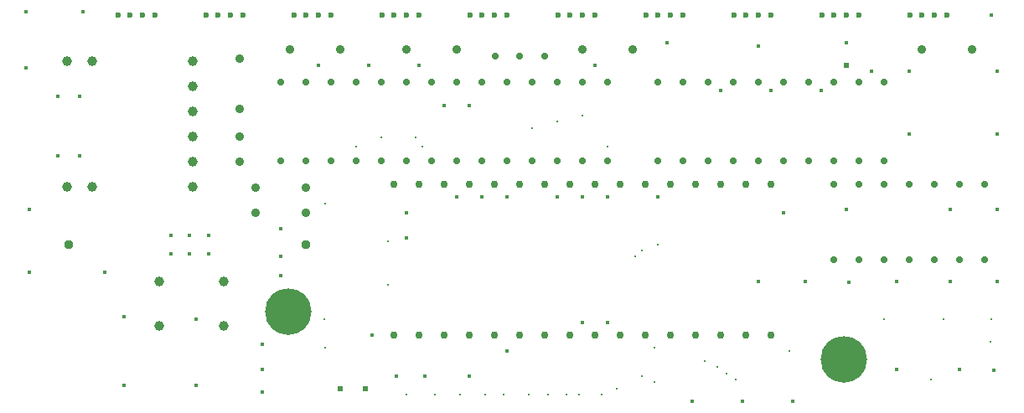
<source format=gbr>
G04 DesignSpark PCB PRO Gerber Version 10.0 Build 5299*
G04 #@! TF.Part,Single*
G04 #@! TF.FilePolarity,Positive*
%FSLAX35Y35*%
%MOIN*%
G04 #@! TA.AperFunction,ViaDrill*
%ADD71C,0.01181*%
%ADD20C,0.01600*%
G04 #@! TA.AperFunction,ComponentDrill*
%ADD128C,0.02362*%
G04 #@! TA.AperFunction,ViaDrill*
%ADD122C,0.02400*%
G04 #@! TA.AperFunction,ComponentDrill*
%ADD126C,0.02874*%
%ADD125C,0.02886*%
%ADD123C,0.02984*%
%ADD124C,0.03500*%
%ADD129C,0.03740*%
%ADD127C,0.03937*%
G04 #@! TA.AperFunction,MechanicalDrill*
%ADD21C,0.18504*%
G04 #@! TD.AperFunction*
X0Y0D02*
D02*
D71*
X158803Y88594D03*
X159000Y77344D03*
Y134844D03*
X171500Y157344D03*
X181500Y161094D03*
X184000Y102344D03*
Y119844D03*
X191500Y58594D03*
X195250Y161094D03*
X197750Y157344D03*
X202750Y58594D03*
X212750D03*
X222750D03*
X230250D03*
X240250D03*
X241500Y164844D03*
X247750Y58594D03*
X251500Y167344D03*
X255250Y58594D03*
X260250D03*
X261500Y169844D03*
X269000Y58594D03*
X271500Y157344D03*
X275250Y61094D03*
X282553Y113594D03*
X285053Y115957D03*
X285250Y66094D03*
X290053Y77344D03*
X290250Y63594D03*
X291303Y118457D03*
X310053Y72207D03*
X315053Y69707D03*
X318803Y67207D03*
X322553Y64707D03*
X343803Y75957D03*
X381303Y88594D03*
X400053Y64844D03*
X405053Y88594D03*
X423803Y79707D03*
X424000Y88594D03*
D02*
D20*
X40250Y188594D03*
Y211094D03*
X41500Y107344D03*
Y132344D03*
X52750Y153594D03*
Y177344D03*
X61500Y153594D03*
Y177344D03*
X62750Y211094D03*
X71500Y107344D03*
X79000Y62344D03*
Y89844D03*
X97750Y114707D03*
Y122207D03*
X105250Y114707D03*
Y122207D03*
X107750Y62344D03*
Y88594D03*
X112750Y114707D03*
Y122207D03*
X134000Y59844D03*
Y68594D03*
Y78594D03*
X141303Y105957D03*
Y113594D03*
Y124707D03*
X156500Y189844D03*
X176500D03*
X177750Y82344D03*
X187553Y65957D03*
X191500Y121094D03*
Y131094D03*
X196500Y189844D03*
X198803Y65957D03*
X206500Y173594D03*
X211500Y137344D03*
X216303Y65957D03*
X216500Y173594D03*
X221500Y137344D03*
X231303Y75957D03*
X231500Y137344D03*
X251500D03*
X261500Y87344D03*
Y137344D03*
X266500Y189844D03*
X271500Y87344D03*
Y137344D03*
X291500D03*
X295250Y198594D03*
X305250Y56094D03*
X316303Y179707D03*
X325250Y56094D03*
X331500Y103594D03*
Y197344D03*
X336303Y179707D03*
X341500Y131094D03*
X345250Y56094D03*
X350250Y103594D03*
X356303Y179707D03*
X366500Y132344D03*
Y198594D03*
X367553Y103457D03*
X376500Y187344D03*
X386500Y68594D03*
Y103594D03*
X391500Y162344D03*
Y187344D03*
X407750Y103594D03*
Y132344D03*
X411500Y68594D03*
X424000Y209844D03*
X425053Y68457D03*
X426500Y103594D03*
Y132344D03*
Y162344D03*
Y187344D03*
D02*
D21*
X144453Y91596D03*
X365555Y72699D03*
D02*
D122*
X165004Y61094D03*
X175004D03*
X366500Y189844D03*
D02*
D123*
X186510Y82344D03*
Y142344D03*
X196510Y82344D03*
Y142344D03*
X206510Y82344D03*
Y142344D03*
X216510Y82344D03*
Y142344D03*
X226510Y82344D03*
Y142344D03*
X236510Y82344D03*
Y142344D03*
X246510Y82344D03*
Y142344D03*
X256510Y82344D03*
Y142344D03*
X266510Y82344D03*
Y142344D03*
X276510Y82344D03*
Y142344D03*
X286510Y82344D03*
Y142344D03*
X296510Y82344D03*
Y142344D03*
X306510Y82344D03*
Y142344D03*
X316510Y82344D03*
Y142344D03*
X326510Y82344D03*
Y142344D03*
X336510Y82344D03*
Y142344D03*
D02*
D124*
X125053Y151341D03*
Y161341D03*
Y172344D03*
Y192344D03*
X131500Y130957D03*
Y140957D03*
X145250Y196094D03*
X151500Y130957D03*
Y140957D03*
X165250Y196094D03*
X191500D03*
X211500D03*
X261500D03*
X281500D03*
X396500D03*
X416500D03*
D02*
D125*
X141500Y151719D03*
Y182970D03*
X151500Y151719D03*
Y182970D03*
X161500Y151719D03*
Y182970D03*
X171500Y151719D03*
Y182970D03*
X181500Y151719D03*
Y182970D03*
X191500Y151719D03*
Y182970D03*
X201500Y151719D03*
Y182970D03*
X211500Y151719D03*
Y182970D03*
X221500Y151719D03*
Y182970D03*
X231500Y151719D03*
Y182970D03*
X241500Y151719D03*
Y182970D03*
X251500Y151719D03*
Y182970D03*
X261500Y151719D03*
Y182970D03*
X271500Y151719D03*
Y182970D03*
D02*
D126*
X226657Y193457D03*
X236500D03*
X246343D03*
X291500Y151715D03*
Y182974D03*
X301500Y151715D03*
Y182974D03*
X311500Y151715D03*
Y182974D03*
X321500Y151715D03*
Y182974D03*
X331500Y151715D03*
Y182974D03*
X341500Y151715D03*
Y182974D03*
X351500Y151715D03*
Y182974D03*
X361500Y112344D03*
Y142344D03*
Y151715D03*
Y182974D03*
X371500Y112344D03*
Y142344D03*
Y151715D03*
Y182974D03*
X381500Y112344D03*
Y142344D03*
Y151715D03*
Y182974D03*
X391500Y112344D03*
Y142344D03*
X401500Y112344D03*
Y142344D03*
X411500Y112344D03*
Y142344D03*
X421500Y112344D03*
Y142344D03*
D02*
D127*
X56344Y141341D03*
Y191341D03*
X66344Y141341D03*
Y191341D03*
X93016Y86094D03*
Y103811D03*
X106344Y141341D03*
Y151341D03*
Y161341D03*
Y171341D03*
Y181341D03*
Y191341D03*
X118606Y86094D03*
Y103811D03*
D02*
D128*
X76618Y209844D03*
X81539D03*
X86461D03*
X91382D03*
X111618D03*
X116539D03*
X121461D03*
X126382D03*
X146618D03*
X151539D03*
X156461D03*
X161382D03*
X181618D03*
X186539D03*
X191461D03*
X196382D03*
X216618D03*
X221539D03*
X226461D03*
X231382D03*
X251618D03*
X256539D03*
X261461D03*
X266382D03*
X286618D03*
X291539D03*
X296461D03*
X301382D03*
X321618D03*
X326539D03*
X331461D03*
X336382D03*
X356618D03*
X361539D03*
X366461D03*
X371382D03*
X391618D03*
X396539D03*
X401461D03*
X406382D03*
D02*
D129*
X57012Y118457D03*
X151500D03*
X0Y0D02*
M02*

</source>
